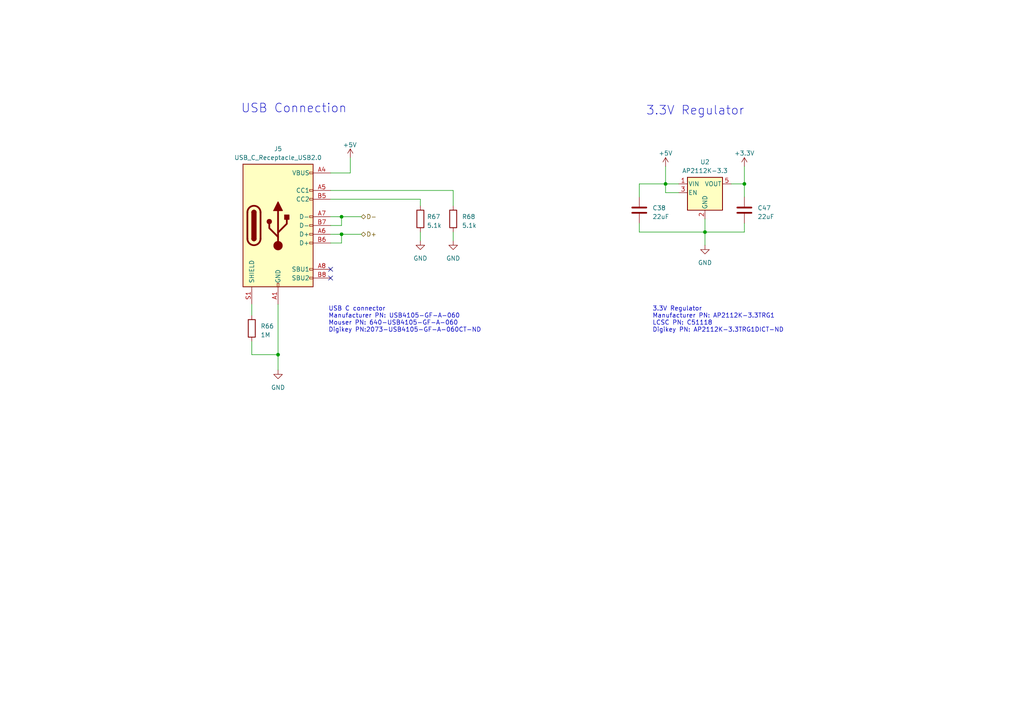
<source format=kicad_sch>
(kicad_sch (version 20230121) (generator eeschema)
  (paper "A4")
  (lib_symbols
    (symbol "Connector:USB_C_Receptacle_USB2.0" (pin_names (offset 1.016))
      (property "Reference" "J" (at -10.16 19.05 0))
      (property "Value" "USB_C_Receptacle_USB2.0" (at 19.05 19.05 0))
      (symbol "USB_C_Receptacle_USB2.0_0_0"
        (rectangle (start -0.254 -17.78) (end 0.254 -16.764))
        (rectangle (start 10.16 -14.986) (end 9.144 -15.494))
        (rectangle (start 10.16 -12.446) (end 9.144 -12.954))
        (rectangle (start 10.16 -4.826) (end 9.144 -5.334))
        (rectangle (start 10.16 -2.286) (end 9.144 -2.794))
        (rectangle (start 10.16 0.254) (end 9.144 -0.254))
        (rectangle (start 10.16 2.794) (end 9.144 2.286))
        (rectangle (start 10.16 7.874) (end 9.144 7.366))
        (rectangle (start 10.16 10.414) (end 9.144 9.906))
        (rectangle (start 10.16 15.494) (end 9.144 14.986))
      )
      (symbol "USB_C_Receptacle_USB2.0_0_1"
        (rectangle (start -10.16 17.78) (end 10.16 -17.78) (stroke (width 0.254)) (fill (type background)))
        (arc (start -8.89 -3.81) (mid -6.985 -5.7067) (end -5.08 -3.81) (stroke (width 0.508)))
        (arc (start -7.62 -3.81) (mid -6.985 -4.4423) (end -6.35 -3.81) (stroke (width 0.254)))
        (arc (start -7.62 -3.81) (mid -6.985 -4.4423) (end -6.35 -3.81) (stroke (width 0.254)) (fill (type outline)))
        (rectangle (start -7.62 -3.81) (end -6.35 3.81) (stroke (width 0.254)) (fill (type outline)))
        (arc (start -6.35 3.81) (mid -6.985 4.4423) (end -7.62 3.81) (stroke (width 0.254)))
        (arc (start -6.35 3.81) (mid -6.985 4.4423) (end -7.62 3.81) (stroke (width 0.254)) (fill (type outline)))
        (arc (start -5.08 3.81) (mid -6.985 5.7067) (end -8.89 3.81) (stroke (width 0.508)))
        (circle (center -2.54 1.143) (radius 0.635) (stroke (width 0.254)) (fill (type outline)))
        (circle (center 0 -5.842) (radius 1.27) (fill (type outline)))
        (polyline (pts (xy -8.89 -3.81) (xy -8.89 3.81)) (stroke (width 0.508)))
        (polyline (pts (xy -5.08 3.81) (xy -5.08 -3.81)) (stroke (width 0.508)))
        (polyline (pts (xy 0 -5.842) (xy 0 4.318)) (stroke (width 0.508)))
        (polyline (pts (xy 0 -3.302) (xy -2.54 -0.762) (xy -2.54 0.508)) (stroke (width 0.508)))
        (polyline (pts (xy 0 -2.032) (xy 2.54 0.508) (xy 2.54 1.778)) (stroke (width 0.508)))
        (polyline (pts (xy -1.27 4.318) (xy 0 6.858) (xy 1.27 4.318) (xy -1.27 4.318)) (stroke (width 0.254)) (fill (type outline)))
        (rectangle (start 1.905 1.778) (end 3.175 3.048) (stroke (width 0.254)) (fill (type outline)))
      )
      (symbol "USB_C_Receptacle_USB2.0_1_1"
        (pin passive line (at 0 -22.86 90) (length 5.08) (name "GND") (number "A1"))
        (pin passive line (at 0 -22.86 90) (length 5.08) hide (name "GND") (number "A12"))
        (pin passive line (at 15.24 15.24 180) (length 5.08) (name "VBUS") (number "A4"))
        (pin bidirectional line (at 15.24 10.16 180) (length 5.08) (name "CC1") (number "A5"))
        (pin bidirectional line (at 15.24 -2.54 180) (length 5.08) (name "D+") (number "A6"))
        (pin bidirectional line (at 15.24 2.54 180) (length 5.08) (name "D-") (number "A7"))
        (pin bidirectional line (at 15.24 -12.7 180) (length 5.08) (name "SBU1") (number "A8"))
        (pin passive line (at 15.24 15.24 180) (length 5.08) hide (name "VBUS") (number "A9"))
        (pin passive line (at 0 -22.86 90) (length 5.08) hide (name "GND") (number "B1"))
        (pin passive line (at 0 -22.86 90) (length 5.08) hide (name "GND") (number "B12"))
        (pin passive line (at 15.24 15.24 180) (length 5.08) hide (name "VBUS") (number "B4"))
        (pin bidirectional line (at 15.24 7.62 180) (length 5.08) (name "CC2") (number "B5"))
        (pin bidirectional line (at 15.24 -5.08 180) (length 5.08) (name "D+") (number "B6"))
        (pin bidirectional line (at 15.24 0 180) (length 5.08) (name "D-") (number "B7"))
        (pin bidirectional line (at 15.24 -15.24 180) (length 5.08) (name "SBU2") (number "B8"))
        (pin passive line (at 15.24 15.24 180) (length 5.08) hide (name "VBUS") (number "B9"))
        (pin passive line (at -7.62 -22.86 90) (length 5.08) (name "SHIELD") (number "S1"))
      )
    )
    (symbol "Device:C" (pin_numbers hide) (pin_names (offset 0.254))
      (property "Reference" "C" (at 0.635 2.54 0))
      (property "Value" "C" (at 0.635 -2.54 0))
      (symbol "C_0_1"
        (polyline (pts (xy -2.032 -0.762) (xy 2.032 -0.762)) (stroke (width 0.508)))
        (polyline (pts (xy -2.032 0.762) (xy 2.032 0.762)) (stroke (width 0.508)))
      )
      (symbol "C_1_1"
        (pin passive line (at 0 3.81 270) (length 2.794) (name "~") (number "1"))
        (pin passive line (at 0 -3.81 90) (length 2.794) (name "~") (number "2"))
      )
    )
    (symbol "Device:R" (pin_numbers hide) (pin_names (offset 0))
      (property "Reference" "R" (at 2.032 0 90))
      (property "Value" "R" (at 0 0 90))
      (symbol "R_0_1"
        (rectangle (start -1.016 -2.54) (end 1.016 2.54) (stroke (width 0.254)))
      )
      (symbol "R_1_1"
        (pin passive line (at 0 3.81 270) (length 1.27) (name "~") (number "1"))
        (pin passive line (at 0 -3.81 90) (length 1.27) (name "~") (number "2"))
      )
    )
    (symbol "Regulator_Linear:AP2112K-3.3" (pin_names (offset 0.254))
      (property "Reference" "U" (at -5.08 5.715 0))
      (property "Value" "AP2112K-3.3" (at 0 5.715 0))
      (symbol "AP2112K-3.3_0_1"
        (rectangle (start -5.08 4.445) (end 5.08 -5.08) (stroke (width 0.254)) (fill (type background)))
      )
      (symbol "AP2112K-3.3_1_1"
        (pin power_in line (at -7.62 2.54 0) (length 2.54) (name "VIN") (number "1"))
        (pin power_in line (at 0 -7.62 90) (length 2.54) (name "GND") (number "2"))
        (pin input line (at -7.62 0 0) (length 2.54) (name "EN") (number "3"))
        (pin no_connect line (at 5.08 0 180) (length 2.54) hide (name "NC") (number "4"))
        (pin power_out line (at 7.62 2.54 180) (length 2.54) (name "VOUT") (number "5"))
      )
    )
    (symbol "power:+3.3V" (power) (pin_names (offset 0))
      (property "Value" "+3.3V" (at 0 3.556 0))
      (symbol "+3.3V_0_1"
        (polyline (pts (xy -0.762 1.27) (xy 0 2.54)))
        (polyline (pts (xy 0 0) (xy 0 2.54)))
        (polyline (pts (xy 0 2.54) (xy 0.762 1.27)))
      )
      (symbol "+3.3V_1_1"
        (pin power_in line (at 0 0 90) (length 0) hide (name "+3.3V") (number "1"))
      )
    )
    (symbol "power:+5V" (power) (pin_names (offset 0))
      (property "Value" "+5V" (at 0 3.556 0))
      (symbol "+5V_0_1"
        (polyline (pts (xy -0.762 1.27) (xy 0 2.54)))
        (polyline (pts (xy 0 0) (xy 0 2.54)))
        (polyline (pts (xy 0 2.54) (xy 0.762 1.27)))
      )
      (symbol "+5V_1_1"
        (pin power_in line (at 0 0 90) (length 0) hide (name "+5V") (number "1"))
      )
    )
    (symbol "power:GND" (power) (pin_names (offset 0))
      (property "Value" "GND" (at 0 -3.81 0))
      (symbol "GND_0_1"
        (polyline (pts (xy 0 0) (xy 0 -1.27) (xy 1.27 -1.27) (xy 0 -2.54) (xy -1.27 -1.27) (xy 0 -1.27)))
      )
      (symbol "GND_1_1"
        (pin power_in line (at 0 0 270) (length 0) hide (name "GND") (number "1"))
      )
    )
  )
  (junction (at 99.06 62.865))
  (junction (at 215.9 53.34))
  (junction (at 80.645 102.87))
  (junction (at 99.06 67.945))
  (junction (at 193.04 53.34))
  (junction (at 204.47 67.31))
  (no_connect (at 95.885 78.105))
  (no_connect (at 95.885 80.645))
  (wire (pts (xy 95.885 55.245) (xy 131.445 55.245)))
  (wire (pts (xy 95.885 57.785) (xy 121.92 57.785)))
  (wire (pts (xy 193.04 53.34) (xy 185.42 53.34)))
  (wire (pts (xy 99.06 62.865) (xy 104.775 62.865)))
  (wire (pts (xy 185.42 64.77) (xy 185.42 67.31)))
  (wire (pts (xy 193.04 55.88) (xy 193.04 53.34)))
  (wire (pts (xy 193.04 48.26) (xy 193.04 53.34)))
  (wire (pts (xy 215.9 48.26) (xy 215.9 53.34)))
  (wire (pts (xy 73.025 88.265) (xy 73.025 91.44)))
  (wire (pts (xy 204.47 67.31) (xy 204.47 63.5)))
  (wire (pts (xy 185.42 53.34) (xy 185.42 57.15)))
  (wire (pts (xy 95.885 62.865) (xy 99.06 62.865)))
  (wire (pts (xy 215.9 64.77) (xy 215.9 67.31)))
  (wire (pts (xy 121.92 57.785) (xy 121.92 59.69)))
  (wire (pts (xy 204.47 67.31) (xy 204.47 71.12)))
  (wire (pts (xy 99.06 62.865) (xy 99.06 65.405)))
  (wire (pts (xy 73.025 102.87) (xy 80.645 102.87)))
  (wire (pts (xy 95.885 70.485) (xy 99.06 70.485)))
  (wire (pts (xy 73.025 99.06) (xy 73.025 102.87)))
  (wire (pts (xy 99.06 67.945) (xy 104.775 67.945)))
  (wire (pts (xy 80.645 102.87) (xy 80.645 88.265)))
  (wire (pts (xy 185.42 67.31) (xy 204.47 67.31)))
  (wire (pts (xy 95.885 50.165) (xy 101.6 50.165)))
  (wire (pts (xy 95.885 67.945) (xy 99.06 67.945)))
  (wire (pts (xy 131.445 55.245) (xy 131.445 59.69)))
  (wire (pts (xy 215.9 67.31) (xy 204.47 67.31)))
  (wire (pts (xy 131.445 67.31) (xy 131.445 69.85)))
  (wire (pts (xy 196.85 55.88) (xy 193.04 55.88)))
  (wire (pts (xy 99.06 65.405) (xy 95.885 65.405)))
  (wire (pts (xy 215.9 53.34) (xy 215.9 57.15)))
  (wire (pts (xy 212.09 53.34) (xy 215.9 53.34)))
  (wire (pts (xy 121.92 67.31) (xy 121.92 69.85)))
  (wire (pts (xy 80.645 102.87) (xy 80.645 107.315)))
  (wire (pts (xy 99.06 67.945) (xy 99.06 70.485)))
  (wire (pts (xy 196.85 53.34) (xy 193.04 53.34)))
  (wire (pts (xy 101.6 45.72) (xy 101.6 50.165)))
  (text "USB Connection" (at 69.85 33.02 0) (effects (font (size 2.54 2.54)) (justify left bottom)))
  (text "USB C connector\nManufacturer PN: USB4105-GF-A-060\nMouser PN: 640-USB4105-GF-A-060\nDigikey PN:2073-USB4105-GF-A-060CT-ND" (at 95.25 96.52 0) (effects (font (size 1.27 1.27)) (justify left bottom)))
  (text "3.3V Regulator" (at 187.325 33.655 0) (effects (font (size 2.54 2.54)) (justify left bottom)))
  (text "3.3V Regulator\nManufacturer PN: AP2112K-3.3TRG1\nLCSC PN: C51118\nDigikey PN: AP2112K-3.3TRG1DICT-ND " (at 189.23 96.52 0) (effects (font (size 1.27 1.27)) (justify left bottom)))
  (hierarchical_label "D-" (shape bidirectional) (at 104.775 62.865 0))
  (hierarchical_label "D+" (shape bidirectional) (at 104.775 67.945 0))
  (symbol (lib_id "power:GND") (at 121.92 69.85 0) (unit 1)
    (property "Reference" "#PWR078" (effects hide))
    (property "Value" "GND" (at 121.92 74.93 0))
    (instances (project "panel" (path "" (reference "#PWR078") (unit 1)) (path "" (reference "#PWR077") (unit 1))))
  )
  (symbol (lib_id "power:+3.3V") (at 215.9 48.26 0) (mirror y) (unit 1)
    (property "Reference" "#PWR076" (effects hide))
    (property "Value" "+3.3V" (at 215.9 44.45 0))
    (instances (project "panel" (path "" (reference "#PWR076") (unit 1)) (path "" (reference "#PWR075") (unit 1))))
  )
  (symbol (lib_id "power:+5V") (at 101.6 45.72 0) (unit 1)
    (property "Reference" "#PWR018" (effects hide))
    (property "Value" "+5V" (at 101.473 42.037 0))
  )
  (symbol (lib_id "power:GND") (at 80.645 107.315 0) (unit 1)
    (property "Reference" "#PWR077" (effects hide))
    (property "Value" "GND" (at 80.645 112.395 0))
    (instances (project "panel" (path "" (reference "#PWR077") (unit 1)) (path "" (reference "#PWR079") (unit 1))))
  )
  (symbol (lib_id "power:+5V") (at 193.04 48.26 0) (unit 1)
    (property "Reference" "#PWR074" (effects hide))
    (property "Value" "+5V" (at 193.04 44.45 0))
  )
  (symbol (lib_id "Device:R") (at 121.92 63.5 0) (unit 1)
    (property "Reference" "R67" (at 123.825 62.865 0) (effects (justify left)))
    (property "Value" "5.1k" (at 123.825 65.405 0) (effects (justify left)))
  )
  (symbol (lib_id "Device:C") (at 185.42 60.96 0) (unit 1)
    (property "Reference" "C38" (at 189.23 60.325 0) (effects (justify left)))
    (property "Value" "22uF" (at 189.23 62.865 0) (effects (justify left)))
    (property "Footprint" "panel_custom:C_0201_0603Metric" (effects hide))
  )
  (symbol (lib_id "Device:C") (at 215.9 60.96 0) (unit 1)
    (property "Reference" "C47" (at 219.71 60.325 0) (effects (justify left)))
    (property "Value" "22uF" (at 219.71 62.865 0) (effects (justify left)))
    (property "Footprint" "panel_custom:C_0201_0603Metric" (effects hide))
  )
  (symbol (lib_id "Regulator_Linear:AP2112K-3.3") (at 204.47 55.88 0) (unit 1)
    (property "Reference" "U2" (at 204.47 46.99 0))
    (property "Value" "AP2112K-3.3" (at 204.47 49.53 0))
    (property "Footprint" "Package_TO_SOT_SMD:SOT-23-5" (effects hide))
    (property "Datasheet" "https://www.diodes.com/assets/Datasheets/AP2112.pdf" (effects hide))
  )
  (symbol (lib_id "power:GND") (at 204.47 71.12 0) (unit 1)
    (property "Reference" "#PWR075" (effects hide))
    (property "Value" "GND" (at 204.47 76.2 0))
    (instances (project "panel" (path "" (reference "#PWR075") (unit 1)) (path "" (reference "#PWR076") (unit 1))))
  )
  (symbol (lib_id "Device:R") (at 73.025 95.25 0) (unit 1)
    (property "Reference" "R66" (at 75.565 94.615 0) (effects (justify left)))
    (property "Value" "1M" (at 75.565 97.155 0) (effects (justify left)))
  )
  (symbol (lib_id "power:GND") (at 131.445 69.85 0) (unit 1)
    (property "Reference" "#PWR079" (effects hide))
    (property "Value" "GND" (at 131.445 74.93 0))
    (instances (project "panel" (path "" (reference "#PWR079") (unit 1)) (path "" (reference "#PWR078") (unit 1))))
  )
  (symbol (lib_id "Connector:USB_C_Receptacle_USB2.0") (at 80.645 65.405 0) (unit 1)
    (property "Reference" "J5" (at 80.645 43.18 0))
    (property "Value" "USB_C_Receptacle_USB2.0" (at 80.645 45.72 0))
    (property "Footprint" "Connector_USB:USB_C_Receptacle_G-Switch_GT-USB-7010ASV" (effects hide))
    (property "Datasheet" "https://www.usb.org/sites/default/files/documents/usb_type-c.zip" (effects hide))
  )
  (symbol (lib_id "Device:R") (at 131.445 63.5 0) (unit 1)
    (property "Reference" "R68" (at 133.985 62.865 0) (effects (justify left)))
    (property "Value" "5.1k" (at 133.985 65.405 0) (effects (justify left)))
  )
)
</source>
